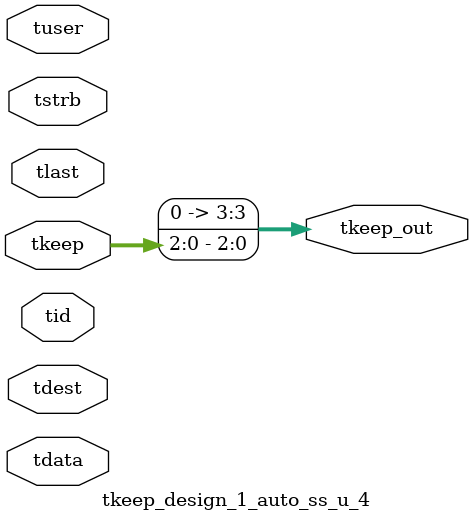
<source format=v>


`timescale 1ps/1ps

module tkeep_design_1_auto_ss_u_4 #
(
parameter C_S_AXIS_TDATA_WIDTH = 32,
parameter C_S_AXIS_TUSER_WIDTH = 0,
parameter C_S_AXIS_TID_WIDTH   = 0,
parameter C_S_AXIS_TDEST_WIDTH = 0,
parameter C_M_AXIS_TDATA_WIDTH = 32
)
(
input  [(C_S_AXIS_TDATA_WIDTH == 0 ? 1 : C_S_AXIS_TDATA_WIDTH)-1:0     ] tdata,
input  [(C_S_AXIS_TUSER_WIDTH == 0 ? 1 : C_S_AXIS_TUSER_WIDTH)-1:0     ] tuser,
input  [(C_S_AXIS_TID_WIDTH   == 0 ? 1 : C_S_AXIS_TID_WIDTH)-1:0       ] tid,
input  [(C_S_AXIS_TDEST_WIDTH == 0 ? 1 : C_S_AXIS_TDEST_WIDTH)-1:0     ] tdest,
input  [(C_S_AXIS_TDATA_WIDTH/8)-1:0 ] tkeep,
input  [(C_S_AXIS_TDATA_WIDTH/8)-1:0 ] tstrb,
input                                                                    tlast,
output [(C_M_AXIS_TDATA_WIDTH/8)-1:0 ] tkeep_out
);

assign tkeep_out = {tkeep[2:0]};

endmodule


</source>
